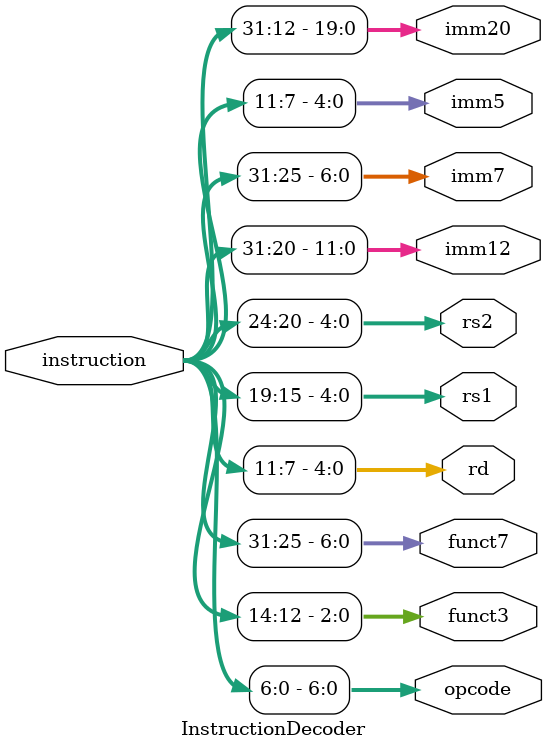
<source format=sv>
module InstructionDecoder (
    input [31:0] instruction,
    output [6:0] opcode,
    output [2:0] funct3,
    output [6:0] funct7,
    output [4:0] rd,
    output [4:0] rs1,
    output [4:0] rs2,
    output [11:0] imm12,
    output [6:0] imm7,
    output [4:0] imm5,
    output [19:0] imm20
);
    // Extract opcode field (bits 6-0)
    assign opcode = instruction[6:0];

    // Extract funct3 field (bits 14-12)
    assign funct3 = instruction[14:12];

    // Extract funct7 field (bits 31-25)
    assign funct7 = instruction[31:25];

    // Extract rd field (bits 11-7)
    assign rd = instruction[11:7];

    // Extract rs1 field (bits 19-15)
    assign rs1 = instruction[19:15];

    // Extract rs2 field (bits 24-20)
    assign rs2 = instruction[24:20];

    // Extract immediate fields for I-type (bits 31-20, 11-0)
    assign imm12 = instruction[31:20];
    assign imm7 = instruction[31:25];
    assign imm5 = instruction[11:7];

    // Extract immediate field for U-type (bits 31-12)
    assign imm20 = instruction[31:12];
endmodule

</source>
